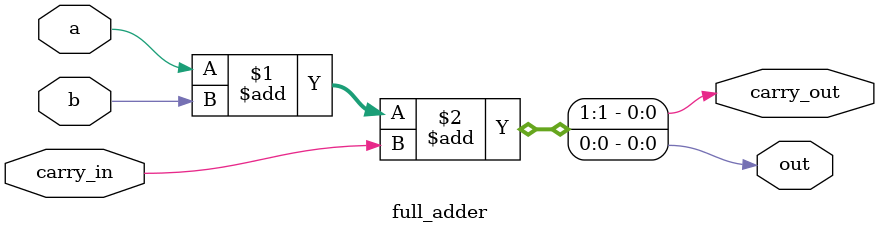
<source format=v>
`timescale 1ns / 1ps

module full_adder(
    input  wire a,
    input  wire b,
    input  wire carry_in,
    output wire out,
    output wire carry_out
    );

`ifndef simple_logic 

assign {carry_out, out} = a + b + carry_in;

`else

assign carry_out =  a && b || a && carry_in || b && carry_in;

assign out       =  a && !b && !carry_in || !a && b && !carry_in ||
                   !a && !b &&  carry_in ||  a && b &&  carry_in; 
 
`endif

endmodule

</source>
